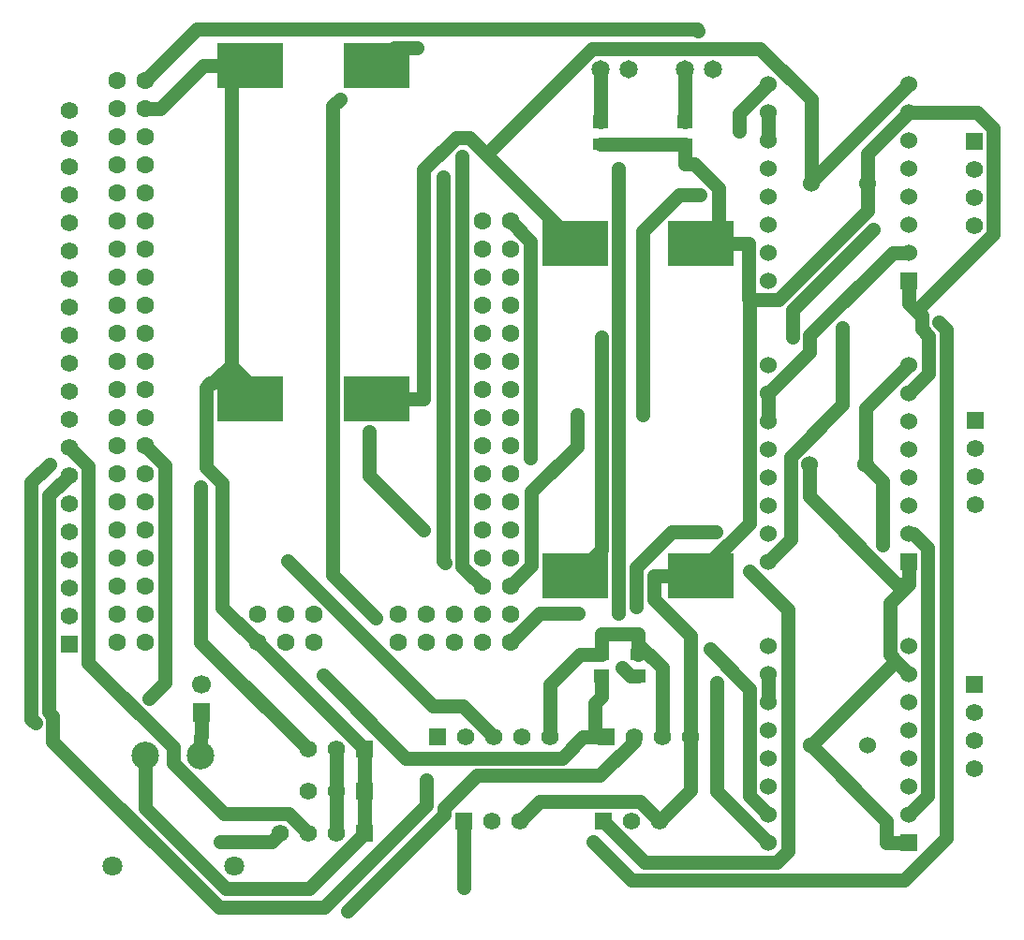
<source format=gbl>
G04 Layer: BottomLayer*
G04 EasyEDA v6.5.54, 2026-02-03 19:04:38*
G04 9173210c2a1045c2b90a711feb310df5,b3696df828ae431383eed25e92d68677,10*
G04 Gerber Generator version 0.2*
G04 Scale: 100 percent, Rotated: No, Reflected: No *
G04 Dimensions in millimeters *
G04 leading zeros omitted , absolute positions ,4 integer and 5 decimal *
%FSLAX45Y45*%
%MOMM*%

%AMMACRO1*21,1,$1,$2,0,0,$3*%
%ADD10C,1.2540*%
%ADD11R,1.3770X1.1325*%
%ADD12MACRO1,1.377X1.1325X0.0000*%
%ADD13MACRO1,4X6X-90.0000*%
%ADD14MACRO1,4X6X90.0000*%
%ADD15C,1.5240*%
%ADD16C,1.5748*%
%ADD17R,1.5748X1.5748*%
%ADD18R,0.0197X1.5748*%
%ADD19R,1.5240X1.5240*%
%ADD20C,2.5000*%
%ADD21C,1.8000*%
%ADD22R,1.5748X1.7000*%
%ADD23C,1.7000*%
%ADD24C,1.6510*%
%ADD25C,1.6000*%
%ADD26C,0.6100*%

%LPD*%
D10*
X10440543Y956767D02*
G01*
X10797514Y599795D01*
X10797514Y-365683D01*
X10968685Y-536854D01*
X9448800Y6197600D02*
G01*
X9448800Y5726099D01*
X10210800Y6197600D02*
G01*
X10210800Y5726099D01*
X5842000Y170535D02*
G01*
X5837986Y166522D01*
X5837986Y-8001D01*
X5842000Y381000D02*
G01*
X5842000Y170535D01*
X4648200Y2781300D02*
G01*
X4821859Y2607640D01*
X4821859Y833678D01*
X5588127Y67411D01*
X5588127Y-73253D01*
X6048375Y-533501D01*
X6629501Y-533501D01*
X6807200Y-711200D01*
X8216900Y-596900D02*
G01*
X8216900Y-1196568D01*
X7878749Y-224154D02*
G01*
X7878749Y-451688D01*
X6955840Y-1374597D01*
X6003061Y-1374597D01*
X4502886Y125577D01*
X4502886Y352780D01*
X4465751Y389915D01*
X4465751Y2344851D01*
X4648200Y2527300D01*
X7358761Y2927095D02*
G01*
X7358761Y2529204D01*
X7855965Y2032000D01*
X10968685Y-790854D02*
G01*
X10503788Y-325958D01*
X10503788Y655929D01*
X9616643Y1278331D02*
G01*
X9616643Y5303138D01*
X10968685Y3019145D02*
G01*
X10968685Y3273145D01*
X10968685Y5559145D02*
G01*
X10968685Y5813145D01*
X10968685Y479145D02*
G01*
X10968685Y733145D01*
X12238481Y-536702D02*
G01*
X12409601Y-365582D01*
X12409601Y1876323D01*
X12282627Y2003297D01*
X12238481Y2003297D01*
X7061200Y-711200D02*
G01*
X7061200Y-330200D01*
X7061200Y50800D02*
G01*
X7061200Y-330200D01*
X8991600Y165100D02*
G01*
X8991600Y637235D01*
X9267164Y912799D01*
X7428001Y6231991D02*
G01*
X7589748Y6393738D01*
X7796098Y6393738D01*
X9417278Y912799D02*
G01*
X9267164Y912799D01*
X9791700Y912799D02*
G01*
X9791700Y1003858D01*
X9791700Y1003858D02*
G01*
X9791700Y1094917D01*
X9791700Y1003858D02*
G01*
X10007600Y787958D01*
X10007600Y165100D01*
X9417278Y912799D02*
G01*
X9461500Y912799D01*
X9461500Y1094917D02*
G01*
X9791700Y1094917D01*
X9461500Y912799D02*
G01*
X9461500Y1094917D01*
X10968685Y3273145D02*
G01*
X11342801Y3647262D01*
X11342801Y3793134D01*
X12092965Y4543297D01*
X12238481Y4543297D01*
X9776459Y1342389D02*
G01*
X9776459Y1697939D01*
X10094569Y2016048D01*
X10495025Y2016048D01*
X8636000Y1016000D02*
G01*
X8902445Y1282445D01*
X9249130Y1282445D01*
X9791700Y712800D02*
G01*
X9725380Y712800D01*
X9650349Y787831D01*
X7169429Y-1408023D02*
G01*
X8037601Y-539851D01*
X8037601Y-481533D01*
X8333866Y-185267D01*
X9447047Y-185267D01*
X9753600Y121285D01*
X9753600Y165100D01*
X4345279Y287477D02*
G01*
X4308119Y324637D01*
X4308119Y2465679D01*
X4472000Y2629560D01*
X6011214Y-786764D02*
G01*
X6477634Y-786764D01*
X6553200Y-711200D01*
X5334000Y2794000D02*
G01*
X5511800Y2616200D01*
X5511800Y655497D01*
X5367375Y511073D01*
X8483600Y165100D02*
G01*
X8203514Y445185D01*
X7937500Y445185D01*
X6623075Y1759610D01*
X12238481Y1749297D02*
G01*
X12238481Y1547621D01*
X12238481Y5813297D02*
G01*
X11861800Y5436615D01*
X11861800Y5168900D01*
X12238481Y4289297D02*
G01*
X12238481Y4087621D01*
X12118340Y853439D02*
G01*
X11353800Y88900D01*
X12118340Y853439D02*
G01*
X12238481Y733297D01*
X12036806Y-790702D02*
G01*
X12036806Y-594105D01*
X11353800Y88900D01*
X12238481Y-790702D02*
G01*
X12036806Y-790702D01*
X5338013Y-8001D02*
G01*
X5338013Y-476859D01*
X6068440Y-1207287D01*
X6819112Y-1207287D01*
X7315200Y-711200D01*
X7315200Y-711200D02*
G01*
X7315200Y-330200D01*
X6350000Y1016000D02*
G01*
X7315200Y50800D01*
X7315200Y50800D02*
G01*
X7315200Y-330200D01*
X8724900Y-596900D02*
G01*
X8898559Y-423240D01*
X9808540Y-423240D01*
X9982200Y-596900D01*
X9982200Y-596900D02*
G01*
X10261600Y-317500D01*
X10261600Y165100D01*
X5334000Y5842000D02*
G01*
X5472531Y5842000D01*
X5862523Y6231991D01*
X6287998Y6231991D02*
G01*
X6117488Y6231991D01*
X6117488Y6231991D02*
G01*
X5862523Y6231991D01*
X6117488Y6231991D02*
G01*
X6117488Y3518992D01*
X6287998Y3221989D02*
G01*
X6287998Y3348481D01*
X6117488Y3518992D01*
X6117488Y3518992D02*
G01*
X6104509Y3518992D01*
X5946952Y3361436D01*
X5924626Y3361436D01*
X5887923Y3324732D01*
X5887923Y2599969D01*
X6030391Y2457500D01*
X6030391Y1335608D01*
X6350000Y1016000D01*
X10361752Y1616633D02*
G01*
X10149027Y1616633D01*
X10149027Y1616633D02*
G01*
X9936276Y1616633D01*
X10797565Y4117898D02*
G01*
X11057381Y4117898D01*
X11861800Y4922316D01*
X11861800Y5168900D01*
X10787202Y4626635D02*
G01*
X10787202Y4128262D01*
X10797565Y4117898D01*
X10210800Y5526100D02*
G01*
X9448800Y5526100D01*
X12238481Y1547621D02*
G01*
X12066270Y1375410D01*
X12066270Y905510D01*
X12118340Y853439D01*
X11341100Y2628900D02*
G01*
X11341100Y2338222D01*
X12131700Y1547621D01*
X12238481Y1547621D01*
X12306300Y4019829D02*
G01*
X13000659Y4714189D01*
X13000659Y5669610D01*
X12856972Y5813297D01*
X12238481Y5813297D01*
X12238481Y4087621D02*
G01*
X12306300Y4019829D01*
X10361726Y4626635D02*
G01*
X10514660Y4626635D01*
X10514660Y4626635D02*
G01*
X10787202Y4626635D01*
X10210800Y5526100D02*
G01*
X10210800Y5343982D01*
X10514660Y4626635D02*
G01*
X10514660Y5125212D01*
X10295890Y5343982D01*
X10210800Y5343982D01*
X12306300Y4019829D02*
G01*
X12354534Y3971569D01*
X12354534Y3851681D01*
X12415621Y3790594D01*
X12415621Y3450437D01*
X12238481Y3273297D01*
X10261600Y165100D02*
G01*
X10261600Y1079677D01*
X9936276Y1405001D01*
X9936276Y1616633D01*
X10149027Y1616633D02*
G01*
X10318521Y1616633D01*
X10797565Y2095677D01*
X10797565Y4117898D01*
X6946011Y719581D02*
G01*
X7692847Y-27254D01*
X9103029Y-27254D01*
X9295384Y165100D01*
X9499600Y165100D02*
G01*
X9402876Y165100D01*
X9402876Y165100D02*
G01*
X9295384Y165100D01*
X9402876Y165100D02*
G01*
X9402876Y472059D01*
X9461500Y530682D01*
X9461500Y712800D02*
G01*
X9461500Y530682D01*
X5839434Y2425369D02*
G01*
X5839434Y1018565D01*
X6807200Y50800D01*
X12512141Y3916984D02*
G01*
X12579350Y3849776D01*
X12579350Y-748969D01*
X12195759Y-1132560D01*
X9731400Y-1132560D01*
X9381591Y-782751D01*
X7422768Y1238377D02*
G01*
X7031507Y1629638D01*
X7031507Y5869101D01*
X7094093Y5931687D01*
X8382000Y1524000D02*
G01*
X8200466Y1705533D01*
X8200466Y5415711D01*
X5334000Y6096000D02*
G01*
X5804103Y6566103D01*
X10319994Y6566103D01*
X10336656Y6549440D01*
X11185194Y3780459D02*
G01*
X11185194Y4022826D01*
X11913438Y4751070D01*
X9221749Y1616633D02*
G01*
X9459010Y1853895D01*
X9459010Y3780459D01*
X10968685Y6067145D02*
G01*
X10705465Y5803925D01*
X10705465Y5638647D01*
X8026984Y5231231D02*
G01*
X8026984Y1752015D01*
X8042833Y1736166D01*
X9835921Y3073984D02*
G01*
X9835921Y4736922D01*
X10165638Y5066639D01*
X10350322Y5066639D01*
X8636000Y1524000D02*
G01*
X8826804Y1714804D01*
X8826804Y2379751D01*
X9236532Y2789478D01*
X9236532Y3073984D01*
X12238481Y3527297D02*
G01*
X11849100Y3137915D01*
X11849100Y2628900D01*
X12238481Y6067297D02*
G01*
X11353800Y5182615D01*
X11353800Y5168900D01*
X7428001Y3221989D02*
G01*
X7853476Y3221989D01*
X8420201Y5428183D02*
G01*
X9379356Y6387337D01*
X10892129Y6387337D01*
X11353800Y5925667D01*
X11353800Y5168900D01*
X9221749Y4626635D02*
G01*
X8420201Y5428183D01*
X8420201Y5428183D02*
G01*
X8264093Y5584291D01*
X8144992Y5584291D01*
X7853476Y5292775D01*
X7853476Y3221989D01*
X11849100Y2628900D02*
G01*
X12003963Y2474036D01*
X12003963Y1898243D01*
X9474200Y-596900D02*
G01*
X9847249Y-969949D01*
X11041227Y-969949D01*
X11146231Y-864946D01*
X11146231Y1311376D01*
X10795939Y1661668D01*
X8636000Y4826000D02*
G01*
X8818879Y4643120D01*
X8818879Y2690139D01*
X11638406Y3865854D02*
G01*
X11638406Y3168142D01*
X11169878Y2699613D01*
X11169878Y1950338D01*
X10968685Y1749145D01*
D11*
G01*
X9448800Y5526100D03*
D12*
G01*
X9448800Y5726104D03*
D11*
G01*
X9791700Y912799D03*
D12*
G01*
X9791700Y712795D03*
D11*
G01*
X9461500Y912799D03*
D12*
G01*
X9461500Y712795D03*
D11*
G01*
X10210800Y5526100D03*
D12*
G01*
X10210800Y5726104D03*
D13*
G01*
X10361734Y4626637D03*
G01*
X10361739Y1616643D03*
G01*
X9221736Y1616643D03*
G01*
X9221736Y4626637D03*
D14*
G01*
X6288011Y3221997D03*
G01*
X6288006Y6231991D03*
G01*
X7428009Y6231991D03*
G01*
X7428009Y3221997D03*
D15*
G01*
X11353800Y5168900D03*
G01*
X11861800Y5168900D03*
G01*
X11849100Y2628900D03*
G01*
X11341100Y2628900D03*
G01*
X11861800Y88900D03*
G01*
X11353800Y88900D03*
D16*
G01*
X4648200Y5829300D03*
G01*
X4648200Y5575300D03*
G01*
X4648200Y5321300D03*
G01*
X4648200Y5067300D03*
G01*
X4648200Y4813300D03*
G01*
X4648200Y4559300D03*
G01*
X4648200Y4305300D03*
G01*
X4648200Y4051300D03*
G01*
X4648200Y3797300D03*
G01*
X4648200Y3543300D03*
G01*
X4648200Y3289300D03*
G01*
X4648200Y3035300D03*
G01*
X4648200Y2781300D03*
G01*
X4648200Y2527300D03*
G01*
X4648200Y2273300D03*
G01*
X4648200Y2019300D03*
G01*
X4648200Y1765300D03*
G01*
X4648200Y1511300D03*
G01*
X4648200Y1257300D03*
D17*
G01*
X4648200Y1003300D03*
D16*
G01*
X8991600Y165100D03*
G01*
X8737600Y165100D03*
G01*
X8483600Y165100D03*
G01*
X8229600Y165100D03*
D17*
G01*
X7975600Y165100D03*
G01*
X9499600Y165100D03*
D16*
G01*
X9753600Y165100D03*
G01*
X10007600Y165100D03*
G01*
X10261600Y165100D03*
G01*
X9982200Y-596900D03*
G01*
X9728200Y-596900D03*
D17*
G01*
X9474200Y-596900D03*
D16*
G01*
X8724900Y-596900D03*
G01*
X8470900Y-596900D03*
D17*
G01*
X8216900Y-596900D03*
D16*
G01*
X6807200Y-330200D03*
G01*
X7061200Y-330200D03*
D17*
G01*
X7315200Y-330200D03*
D16*
G01*
X6807200Y50800D03*
G01*
X7061200Y50800D03*
D17*
G01*
X7315200Y50800D03*
G01*
X7315200Y-711200D03*
D16*
G01*
X7061200Y-711200D03*
G01*
X6807200Y-711200D03*
G01*
X6553200Y-711200D03*
D19*
G01*
X12238481Y-790702D03*
D15*
G01*
X12238481Y-536702D03*
G01*
X12238481Y-282702D03*
G01*
X12238481Y-28702D03*
G01*
X12238481Y225297D03*
G01*
X12238481Y479297D03*
G01*
X12238481Y733297D03*
G01*
X12238481Y987297D03*
G01*
X10968685Y987145D03*
G01*
X10968685Y733145D03*
G01*
X10968685Y479145D03*
G01*
X10968685Y225145D03*
G01*
X10968685Y-28854D03*
G01*
X10968685Y-282854D03*
G01*
X10968685Y-536854D03*
G01*
X10968685Y-790854D03*
D19*
G01*
X12238481Y4289297D03*
D15*
G01*
X12238481Y4543297D03*
G01*
X12238481Y4797297D03*
G01*
X12238481Y5051297D03*
G01*
X12238481Y5305297D03*
G01*
X12238481Y5559297D03*
G01*
X12238481Y5813297D03*
G01*
X12238481Y6067297D03*
G01*
X10968685Y6067145D03*
G01*
X10968685Y5813145D03*
G01*
X10968685Y5559145D03*
G01*
X10968685Y5305145D03*
G01*
X10968685Y5051145D03*
G01*
X10968685Y4797145D03*
G01*
X10968685Y4543145D03*
G01*
X10968685Y4289145D03*
D19*
G01*
X12238481Y1749297D03*
D15*
G01*
X12238481Y2003297D03*
G01*
X12238481Y2257297D03*
G01*
X12238481Y2511297D03*
G01*
X12238481Y2765297D03*
G01*
X12238481Y3019297D03*
G01*
X12238481Y3273297D03*
G01*
X12238481Y3527297D03*
G01*
X10968685Y3527145D03*
G01*
X10968685Y3273145D03*
G01*
X10968685Y3019145D03*
G01*
X10968685Y2765145D03*
G01*
X10968685Y2511145D03*
G01*
X10968685Y2257145D03*
G01*
X10968685Y2003145D03*
G01*
X10968685Y1749145D03*
D17*
G01*
X12827000Y635000D03*
D16*
G01*
X12827000Y381000D03*
G01*
X12827000Y127000D03*
G01*
X12827000Y-127000D03*
D20*
G01*
X5338013Y-8001D03*
G01*
X5837986Y-8001D03*
D21*
G01*
X6138011Y-1007998D03*
G01*
X5037988Y-1007998D03*
D17*
G01*
X12839700Y3022600D03*
D16*
G01*
X12839700Y2768600D03*
G01*
X12839700Y2514600D03*
G01*
X12839700Y2260600D03*
D17*
G01*
X12827000Y5549900D03*
D16*
G01*
X12827000Y5295900D03*
G01*
X12827000Y5041900D03*
G01*
X12827000Y4787900D03*
D22*
G01*
X5842000Y381000D03*
D23*
G01*
X5842000Y635000D03*
D24*
G01*
X9702800Y6197600D03*
G01*
X9448800Y6197600D03*
D25*
G01*
X5080000Y6096000D03*
G01*
X5080000Y5842000D03*
G01*
X5080000Y5588000D03*
G01*
X5080000Y5334000D03*
G01*
X5080000Y5080000D03*
G01*
X5080000Y4826000D03*
G01*
X5080000Y4572000D03*
G01*
X5080000Y4318000D03*
G01*
X5080000Y4064000D03*
G01*
X5080000Y3810000D03*
G01*
X5080000Y3556000D03*
G01*
X5080000Y3302000D03*
G01*
X5080000Y3048000D03*
G01*
X5080000Y2794000D03*
G01*
X5080000Y2540000D03*
G01*
X5080000Y2286000D03*
G01*
X5080000Y2032000D03*
G01*
X5080000Y1778000D03*
G01*
X5080000Y1524000D03*
G01*
X5080000Y1270000D03*
G01*
X5080000Y1016000D03*
G01*
X5334000Y1016000D03*
G01*
X5334000Y1270000D03*
G01*
X5334000Y1524000D03*
G01*
X5334000Y1778000D03*
G01*
X5334000Y2032000D03*
G01*
X5334000Y2286000D03*
G01*
X5334000Y2540000D03*
G01*
X5334000Y2794000D03*
G01*
X5334000Y3048000D03*
G01*
X5334000Y3302000D03*
G01*
X5334000Y3556000D03*
G01*
X5334000Y3810000D03*
G01*
X5334000Y4064000D03*
G01*
X5334000Y4318000D03*
G01*
X5334000Y4572000D03*
G01*
X5334000Y4826000D03*
G01*
X5334000Y5080000D03*
G01*
X5334000Y5334000D03*
G01*
X5334000Y5588000D03*
G01*
X5334000Y5842000D03*
G01*
X5334000Y6096000D03*
G01*
X6350000Y1016000D03*
G01*
X6604000Y1016000D03*
G01*
X6858000Y1016000D03*
G01*
X6858000Y1270000D03*
G01*
X6604000Y1270000D03*
G01*
X6350000Y1270000D03*
G01*
X8382000Y4826000D03*
G01*
X8382000Y4572000D03*
G01*
X8382000Y4318000D03*
G01*
X8382000Y4064000D03*
G01*
X8382000Y3810000D03*
G01*
X8382000Y3556000D03*
G01*
X8382000Y3302000D03*
G01*
X8382000Y3048000D03*
G01*
X8382000Y2794000D03*
G01*
X8382000Y2540000D03*
G01*
X8382000Y2286000D03*
G01*
X8382000Y2032000D03*
G01*
X8382000Y1778000D03*
G01*
X8382000Y1524000D03*
G01*
X8382000Y1270000D03*
G01*
X8382000Y1016000D03*
G01*
X8636000Y1016000D03*
G01*
X8636000Y1270000D03*
G01*
X8636000Y1524000D03*
G01*
X8636000Y1778000D03*
G01*
X8636000Y2032000D03*
G01*
X8636000Y2286000D03*
G01*
X8636000Y2540000D03*
G01*
X8636000Y2794000D03*
G01*
X8636000Y3048000D03*
G01*
X8636000Y3302000D03*
G01*
X8636000Y3556000D03*
G01*
X8636000Y3810000D03*
G01*
X8636000Y4064000D03*
G01*
X8636000Y4318000D03*
G01*
X8636000Y4572000D03*
G01*
X8636000Y4826000D03*
G01*
X8128000Y1016000D03*
G01*
X7874000Y1016000D03*
G01*
X7620000Y1016000D03*
G01*
X7620000Y1270000D03*
G01*
X7874000Y1270000D03*
G01*
X8128000Y1270000D03*
D24*
G01*
X10464800Y6197600D03*
G01*
X10210800Y6197600D03*
D26*
G01*
X11638406Y3865854D03*
G01*
X8818879Y2690139D03*
G01*
X10795939Y1661668D03*
G01*
X12003963Y1898243D03*
G01*
X10350322Y5066639D03*
G01*
X9835921Y3073984D03*
G01*
X9236532Y3073984D03*
G01*
X8026984Y5231231D03*
G01*
X10705465Y5638647D03*
G01*
X8042833Y1736166D03*
G01*
X11185194Y3780459D03*
G01*
X9459010Y3780459D03*
G01*
X11913438Y4751070D03*
G01*
X10336656Y6549440D03*
G01*
X8200466Y5415711D03*
G01*
X7422768Y1238377D03*
G01*
X7094093Y5931687D03*
G01*
X12512141Y3916984D03*
G01*
X9381591Y-782751D03*
G01*
X5839434Y2425369D03*
G01*
X6946011Y719581D03*
G01*
X6623075Y1759610D03*
G01*
X6011214Y-786764D03*
G01*
X5367375Y511073D03*
G01*
X7169429Y-1408023D03*
G01*
X4345279Y287477D03*
G01*
X4472000Y2629560D03*
G01*
X9650349Y787831D03*
G01*
X10495025Y2016048D03*
G01*
X9776459Y1342389D03*
G01*
X9249130Y1282445D03*
G01*
X7796098Y6393738D03*
G01*
X10503788Y655929D03*
G01*
X9616643Y1278331D03*
G01*
X9616643Y5303138D03*
G01*
X7358761Y2927095D03*
G01*
X7855965Y2032000D03*
G01*
X7878749Y-224154D03*
G01*
X8216900Y-1196568D03*
G01*
X10440543Y956767D03*
M02*

</source>
